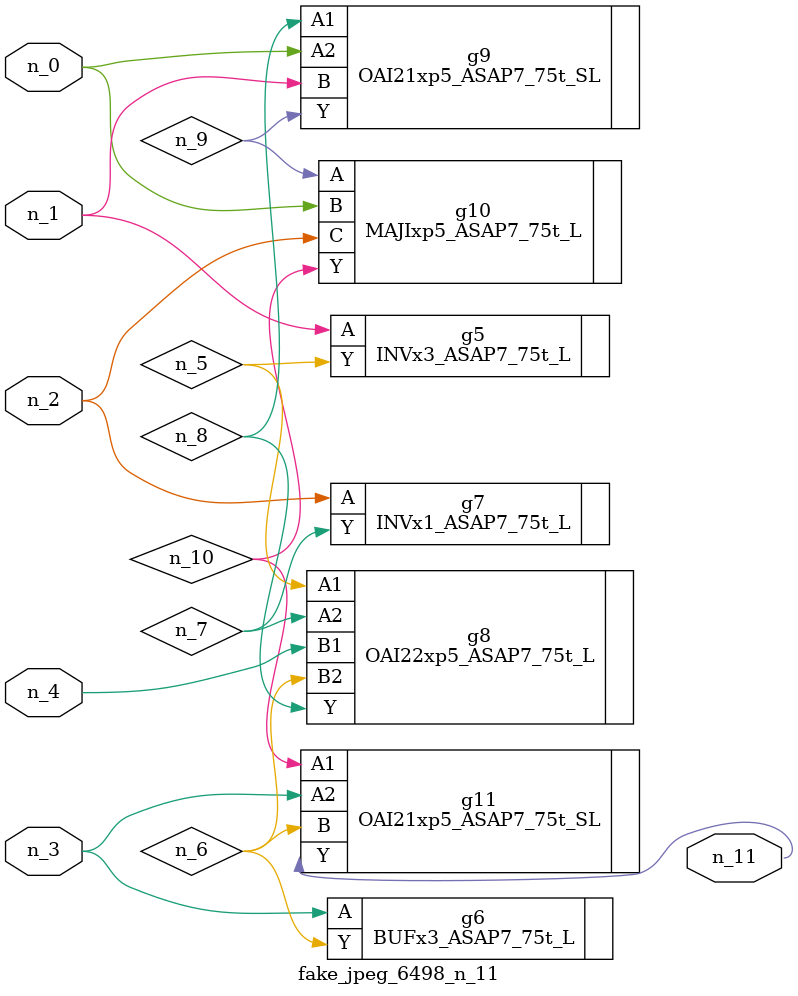
<source format=v>
module fake_jpeg_6498_n_11 (n_3, n_2, n_1, n_0, n_4, n_11);

input n_3;
input n_2;
input n_1;
input n_0;
input n_4;

output n_11;

wire n_10;
wire n_8;
wire n_9;
wire n_6;
wire n_5;
wire n_7;

INVx3_ASAP7_75t_L g5 ( 
.A(n_1),
.Y(n_5)
);

BUFx3_ASAP7_75t_L g6 ( 
.A(n_3),
.Y(n_6)
);

INVx1_ASAP7_75t_L g7 ( 
.A(n_2),
.Y(n_7)
);

OAI22xp5_ASAP7_75t_L g8 ( 
.A1(n_5),
.A2(n_7),
.B1(n_4),
.B2(n_6),
.Y(n_8)
);

OAI21xp5_ASAP7_75t_SL g9 ( 
.A1(n_8),
.A2(n_0),
.B(n_1),
.Y(n_9)
);

MAJIxp5_ASAP7_75t_L g10 ( 
.A(n_9),
.B(n_0),
.C(n_2),
.Y(n_10)
);

OAI21xp5_ASAP7_75t_SL g11 ( 
.A1(n_10),
.A2(n_3),
.B(n_6),
.Y(n_11)
);


endmodule
</source>
